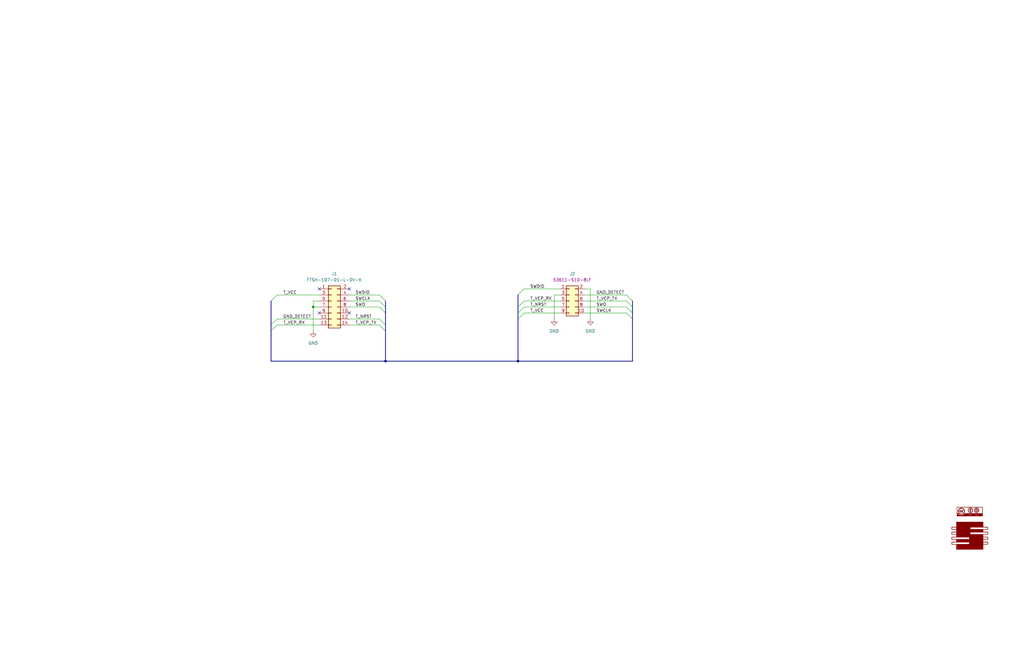
<source format=kicad_sch>
(kicad_sch (version 20231120) (generator "eeschema") (generator_version "8.0")
  (paper "USLedger")
  (title_block (title "ST-Link-V3SET to TC2050 Programming Adaptor") (date "2024-07-06") (rev "1.0a") (comment 1 "ENYA-PROG-TAGC-PCAP"))
  (lib_symbols
    (symbol "ENYA_Bitmap:CC-BY-SA_Logo" (pin_names (offset 1.016)) (in_bom no)
      (symbol "CC-BY-SA_Logo_0_0"
        (polyline (pts (xy 0.0762 -1.2446) (xy 0.0762 -1.2192) (xy 0.0254 -1.1684) (xy -0.1524 -1.1684) (xy -0.1524 -1.2954) (xy 0.0254 -1.2954) (xy 0.0762 -1.2446)) (stroke (width 0.0254)) (fill (type outline)))
        (polyline (pts (xy 0.0762 -1.524) (xy 0.0762 -1.4986) (xy 0.1016 -1.4732) (xy 0.0508 -1.4224) (xy 0.0508 -1.397) (xy -0.1524 -1.397) (xy -0.1524 -1.5494) (xy 0.0508 -1.5494) (xy 0.0762 -1.524)) (stroke (width 0.0254)) (fill (type outline)))
        (polyline (pts (xy 3.0734 -1.4224) (xy 3.0988 -1.4224) (xy 3.0988 -1.3716) (xy 3.0734 -1.3462) (xy 3.0734 -1.3208) (xy 3.048 -1.2192) (xy 2.9972 -1.3208) (xy 2.9972 -1.3716) (xy 2.9718 -1.397) (xy 2.9718 -1.4224) (xy 2.9972 -1.4224) (xy 3.048 -1.4478) (xy 3.0734 -1.4224)) (stroke (width 0.0254)) (fill (type outline)))
        (polyline (pts (xy 0.4064 0.9906) (xy 0.4318 1.0414) (xy 0.4572 1.0668) (xy 0.4572 1.1176) (xy 0.4318 1.143) (xy 0.4064 1.1938) (xy 0.381 1.2192) (xy 0.3302 1.2446) (xy 0.254 1.2446) (xy 0.2032 1.1938) (xy 0.1778 1.143) (xy 0.1524 1.1176) (xy 0.1524 1.0668) (xy 0.1778 1.016) (xy 0.254 0.9398) (xy 0.3556 0.9398) (xy 0.4064 0.9906)) (stroke (width 0.0254)) (fill (type outline)))
        (polyline (pts (xy 0.4318 0.381) (xy 0.5334 0.381) (xy 0.5334 0.4064) (xy 0.5588 0.4064) (xy 0.5588 0.5842) (xy 0.5842 0.6604) (xy 0.5842 0.8636) (xy 0.5588 0.8636) (xy 0.5334 0.889) (xy 0.0254 0.889) (xy 0.0254 0.8636) (xy 0 0.8636) (xy 0 0.4064) (xy 0.0508 0.381) (xy 0.127 0.381) (xy 0.127 -0.127) (xy 0.4318 -0.127) (xy 0.4318 0.381)) (stroke (width 0.0254)) (fill (type outline)))
        (polyline (pts (xy -3.7084 -0.2794) (xy -3.556 -0.127) (xy -3.556 -0.1016) (xy -3.5814 -0.0762) (xy -3.6068 -0.0762) (xy -3.6322 -0.0508) (xy -3.683 -0.0254) (xy -3.7084 -0.0254) (xy -3.7338 0) (xy -3.7338 -0.0254) (xy -3.7592 -0.0508) (xy -3.7846 -0.1016) (xy -3.81 -0.1016) (xy -3.8608 -0.127) (xy -3.9624 -0.127) (xy -4.0132 -0.0762) (xy -4.0386 -0.0254) (xy -4.064 0) (xy -4.064 0.3048) (xy -4.0386 0.3048) (xy -4.0132 0.3302) (xy -4.0132 0.3556) (xy -3.9878 0.3556) (xy -3.9624 0.381) (xy -3.81 0.381) (xy -3.81 0.3556) (xy -3.7846 0.3556) (xy -3.7592 0.3302) (xy -3.7592 0.3048) (xy -3.7338 0.2794) (xy -3.6576 0.3048) (xy -3.6322 0.3302) (xy -3.6068 0.3302) (xy -3.5814 0.3556) (xy -3.556 0.3556) (xy -3.5814 0.381) (xy -3.5814 0.4064) (xy -3.6576 0.4826) (xy -3.7338 0.5334) (xy -3.81 0.5588) (xy -3.9624 0.5588) (xy -4.1148 0.508) (xy -4.1402 0.508) (xy -4.2672 0.381) (xy -4.2926 0.3302) (xy -4.3434 0.1778) (xy -4.3434 0.0762) (xy -4.2672 -0.1524) (xy -4.1656 -0.254) (xy -4.0894 -0.3048) (xy -4.0132 -0.3048) (xy -3.937 -0.3302) (xy -3.8608 -0.3302) (xy -3.7084 -0.2794)) (stroke (width 0.0254)) (fill (type outline)))
        (polyline (pts (xy -2.8956 -0.2794) (xy -2.7432 -0.127) (xy -2.7432 -0.1016) (xy -2.7686 -0.0762) (xy -2.794 -0.0762) (xy -2.8194 -0.0508) (xy -2.8702 -0.0254) (xy -2.8956 -0.0254) (xy -2.921 0) (xy -2.921 -0.0254) (xy -2.9464 -0.0508) (xy -2.9718 -0.1016) (xy -2.9972 -0.1016) (xy -3.048 -0.127) (xy -3.1496 -0.127) (xy -3.2004 -0.0762) (xy -3.2258 -0.0254) (xy -3.2512 0) (xy -3.2512 0.3048) (xy -3.2258 0.3048) (xy -3.2004 0.3302) (xy -3.2004 0.3556) (xy -3.175 0.3556) (xy -3.1496 0.381) (xy -2.9972 0.381) (xy -2.9972 0.3556) (xy -2.9718 0.3556) (xy -2.9464 0.3302) (xy -2.9464 0.3048) (xy -2.921 0.2794) (xy -2.8448 0.3302) (xy -2.7432 0.3556) (xy -2.8194 0.4318) (xy -2.8448 0.4826) (xy -2.8956 0.508) (xy -2.921 0.508) (xy -2.9718 0.5334) (xy -3.0734 0.5588) (xy -3.2258 0.5588) (xy -3.302 0.508) (xy -3.3528 0.508) (xy -3.4036 0.4572) (xy -3.4544 0.381) (xy -3.4798 0.3302) (xy -3.5052 0.254) (xy -3.5306 0.1524) (xy -3.5306 0.0762) (xy -3.4544 -0.1524) (xy -3.3528 -0.254) (xy -3.2766 -0.3048) (xy -3.2004 -0.3048) (xy -3.1242 -0.3302) (xy -3.048 -0.3302) (xy -2.8956 -0.2794)) (stroke (width 0.0254)) (fill (type outline)))
        (polyline (pts (xy 3.1242 0.0508) (xy 3.175 0.1016) (xy 3.2512 0.1524) (xy 3.3528 0.3048) (xy 3.3782 0.4064) (xy 3.3782 0.6858) (xy 3.3528 0.762) (xy 3.3274 0.8128) (xy 3.302 0.889) (xy 3.175 1.016) (xy 3.0988 1.0668) (xy 2.9972 1.0922) (xy 2.9464 1.1176) (xy 2.7686 1.1176) (xy 2.7178 1.0922) (xy 2.667 1.0922) (xy 2.5908 1.0414) (xy 2.4892 0.9398) (xy 2.4384 0.8636) (xy 2.413 0.762) (xy 2.3876 0.7112) (xy 2.3114 0.7112) (xy 2.5146 0.508) (xy 2.7178 0.7112) (xy 2.6416 0.7112) (xy 2.6416 0.7366) (xy 2.667 0.762) (xy 2.6924 0.8128) (xy 2.7432 0.8636) (xy 2.7686 0.8636) (xy 2.7686 0.889) (xy 2.9718 0.889) (xy 2.9718 0.8636) (xy 2.9972 0.8636) (xy 3.048 0.8128) (xy 3.0988 0.7112) (xy 3.0988 0.6858) (xy 3.1242 0.6604) (xy 3.1242 0.4572) (xy 3.0988 0.4064) (xy 3.0988 0.381) (xy 3.048 0.2794) (xy 2.9972 0.2286) (xy 2.9464 0.2032) (xy 2.794 0.2032) (xy 2.6924 0.254) (xy 2.667 0.2794) (xy 2.6416 0.3556) (xy 2.6416 0.381) (xy 2.3876 0.381) (xy 2.3876 0.3302) (xy 2.413 0.2794) (xy 2.5146 0.127) (xy 2.5654 0.0762) (xy 2.6416 0.0254) (xy 2.7178 0) (xy 3.0226 0) (xy 3.1242 0.0508)) (stroke (width 0.0254)) (fill (type outline)))
        (polyline (pts (xy 0.5588 -0.4572) (xy 0.6858 -0.4318) (xy 0.8128 -0.3556) (xy 0.9144 -0.3048) (xy 1.016 -0.2286) (xy 1.1684 -0.0254) (xy 1.2954 0.2286) (xy 1.3208 0.3556) (xy 1.3462 0.508) (xy 1.3462 0.635) (xy 1.2954 0.889) (xy 1.2446 0.9906) (xy 1.1938 1.1176) (xy 1.1176 1.2192) (xy 1.0922 1.2446) (xy 0.9906 1.3208) (xy 0.889 1.4224) (xy 0.7874 1.4732) (xy 0.6858 1.5494) (xy 0.5842 1.5748) (xy 0.508 1.6002) (xy 0.127 1.6002) (xy 0.0254 1.5748) (xy -0.1016 1.5494) (xy -0.2032 1.4986) (xy -0.2286 1.4732) (xy -0.3048 1.4224) (xy -0.381 1.3462) (xy -0.4572 1.2954) (xy -0.5334 1.2192) (xy -0.5842 1.143) (xy -0.635 1.016) (xy -0.6858 0.9144) (xy -0.7366 0.7874) (xy -0.762 0.6604) (xy -0.762 0.5334) (xy -0.7366 0.4064) (xy -0.7366 0.3556) (xy -0.5588 0.3556) (xy -0.5588 0.7366) (xy -0.5334 0.7874) (xy -0.508 0.889) (xy -0.4318 1.016) (xy -0.381 1.0922) (xy -0.254 1.2192) (xy -0.1778 1.27) (xy -0.0762 1.3462) (xy 0.0508 1.397) (xy 0.1524 1.4224) (xy 0.381 1.4224) (xy 0.5842 1.3716) (xy 0.6604 1.3462) (xy 0.762 1.2954) (xy 0.8382 1.2446) (xy 0.9144 1.1684) (xy 1.0668 0.9398) (xy 1.1176 0.8382) (xy 1.143 0.762) (xy 1.143 0.4064) (xy 1.1176 0.2794) (xy 1.016 0.0762) (xy 0.9398 -0.0254) (xy 0.8636 -0.1016) (xy 0.8128 -0.127) (xy 0.7366 -0.1778) (xy 0.5334 -0.2794) (xy 0.4318 -0.3048) (xy 0.1524 -0.3048) (xy 0.0762 -0.2794) (xy -0.0254 -0.254) (xy -0.127 -0.2032) (xy -0.2286 -0.127) (xy -0.4064 0.0508) (xy -0.5588 0.3556) (xy -0.7366 0.3556) (xy -0.7366 0.3048) (xy -0.635 0.0508) (xy -0.5842 -0.0508) (xy -0.4064 -0.2286) (xy -0.3556 -0.254) (xy -0.3302 -0.3048) (xy -0.127 -0.4064) (xy 0 -0.4572) (xy 0.1016 -0.4826) (xy 0.5334 -0.4826) (xy 0.5588 -0.4572)) (stroke (width 0.0254)) (fill (type outline)))
        (polyline (pts (xy 3.1496 -0.4572) (xy 3.2512 -0.4318) (xy 3.3782 -0.3556) (xy 3.4798 -0.3048) (xy 3.5814 -0.2286) (xy 3.81 0.0762) (xy 3.8608 0.1778) (xy 3.8608 0.2286) (xy 3.8862 0.3556) (xy 3.9116 0.508) (xy 3.9116 0.635) (xy 3.8608 0.889) (xy 3.81 0.9906) (xy 3.7592 1.1176) (xy 3.683 1.2192) (xy 3.4798 1.4224) (xy 3.3782 1.4732) (xy 3.2512 1.5494) (xy 3.1496 1.5748) (xy 3.0734 1.6002) (xy 2.7178 1.6002) (xy 2.4638 1.5494) (xy 2.3622 1.4986) (xy 2.3368 1.4732) (xy 2.2606 1.4224) (xy 2.1844 1.3462) (xy 2.1082 1.2954) (xy 2.032 1.2192) (xy 1.9812 1.143) (xy 1.9304 1.016) (xy 1.8796 0.9144) (xy 1.8288 0.6604) (xy 1.8288 0.4064) (xy 2.0066 0.4064) (xy 2.0066 0.6604) (xy 2.032 0.762) (xy 2.0574 0.889) (xy 2.1082 0.9906) (xy 2.159 1.0668) (xy 2.3368 1.2446) (xy 2.4384 1.3208) (xy 2.54 1.3716) (xy 2.667 1.397) (xy 2.6924 1.397) (xy 2.7686 1.4224) (xy 2.9972 1.4224) (xy 3.048 1.397) (xy 3.0734 1.397) (xy 3.175 1.3716) (xy 3.2766 1.3208) (xy 3.4798 1.1684) (xy 3.5052 1.1176) (xy 3.5814 1.0414) (xy 3.6322 0.9398) (xy 3.6576 0.8382) (xy 3.7084 0.7366) (xy 3.7084 0.4064) (xy 3.6322 0.1778) (xy 3.6068 0.1524) (xy 3.4544 -0.0762) (xy 3.3782 -0.127) (xy 3.2766 -0.2032) (xy 3.175 -0.254) (xy 3.0734 -0.2794) (xy 3.0226 -0.3048) (xy 2.6924 -0.3048) (xy 2.6416 -0.2794) (xy 2.54 -0.254) (xy 2.4384 -0.2032) (xy 2.3368 -0.127) (xy 2.2606 -0.0508) (xy 2.1844 0) (xy 2.032 0.3048) (xy 2.0066 0.4064) (xy 1.8288 0.4064) (xy 1.8542 0.3048) (xy 1.8796 0.1778) (xy 1.9304 0.0508) (xy 2.0066 -0.0508) (xy 2.032 -0.0762) (xy 2.0574 -0.127) (xy 2.159 -0.2286) (xy 2.2098 -0.254) (xy 2.2606 -0.3048) (xy 2.3368 -0.3556) (xy 2.4638 -0.4064) (xy 2.5654 -0.4572) (xy 2.667 -0.4826) (xy 3.0988 -0.4826) (xy 3.1496 -0.4572)) (stroke (width 0.0254)) (fill (type outline)))
        (polyline (pts (xy -3.175 -1.2446) (xy -3.0226 -1.1938) (xy -2.8956 -1.143) (xy -2.7686 -1.0668) (xy -2.6416 -0.9652) (xy -2.54 -0.8636) (xy -2.4638 -0.762) (xy -2.3622 -0.635) (xy -2.286 -0.508) (xy -2.2352 -0.381) (xy -2.1844 -0.2286) (xy -2.159 -0.1016) (xy -2.1336 -0.0508) (xy -2.1336 0.3048) (xy -2.159 0.3556) (xy -2.159 0.4064) (xy -2.1844 0.5588) (xy -2.2352 0.6858) (xy -2.4638 1.0668) (xy -2.667 1.27) (xy -2.8956 1.4224) (xy -2.9464 1.4224) (xy -3.2004 1.524) (xy -3.3274 1.5494) (xy -3.683 1.5494) (xy -3.9878 1.4986) (xy -4.1148 1.4478) (xy -4.2418 1.3716) (xy -4.3434 1.3208) (xy -4.4704 1.2192) (xy -4.6736 1.016) (xy -4.7498 0.9144) (xy -4.8006 0.7874) (xy -4.826 0.762) (xy -4.8768 0.6604) (xy -4.9022 0.5588) (xy -4.953 0.3048) (xy -4.953 0.0254) (xy -4.699 0.0254) (xy -4.699 0.254) (xy -4.6736 0.381) (xy -4.6482 0.4826) (xy -4.5974 0.6096) (xy -4.5466 0.7112) (xy -4.4704 0.8128) (xy -4.445 0.8636) (xy -4.2926 1.016) (xy -4.2418 1.0414) (xy -4.1656 1.1176) (xy -4.064 1.1684) (xy -3.937 1.2446) (xy -3.81 1.27) (xy -3.6576 1.2954) (xy -3.3528 1.2954) (xy -3.2258 1.27) (xy -2.9718 1.1684) (xy -2.8702 1.0922) (xy -2.7432 0.9906) (xy -2.667 0.889) (xy -2.5654 0.7874) (xy -2.5146 0.6604) (xy -2.4638 0.5588) (xy -2.413 0.4064) (xy -2.3876 0.2794) (xy -2.3876 -0.0762) (xy -2.4384 -0.2032) (xy -2.4638 -0.3302) (xy -2.54 -0.4572) (xy -2.6924 -0.6604) (xy -2.7432 -0.7112) (xy -2.9464 -0.8636) (xy -3.0734 -0.9144) (xy -3.175 -0.9652) (xy -3.302 -1.016) (xy -3.683 -1.016) (xy -3.937 -0.9652) (xy -4.0386 -0.9144) (xy -4.1656 -0.8382) (xy -4.2672 -0.762) (xy -4.4704 -0.5588) (xy -4.5466 -0.4572) (xy -4.5974 -0.3302) (xy -4.6482 -0.2286) (xy -4.699 0.0254) (xy -4.953 0.0254) (xy -4.953 -0.1524) (xy -4.9022 -0.3048) (xy -4.8514 -0.4318) (xy -4.7752 -0.5842) (xy -4.699 -0.7112) (xy -4.445 -0.9652) (xy -4.064 -1.1938) (xy -3.9116 -1.2446) (xy -3.7846 -1.27) (xy -3.302 -1.27) (xy -3.175 -1.2446)) (stroke (width 0.0254)) (fill (type outline)))
        (polyline (pts (xy 5.4102 1.8034) (xy 5.334 1.8796) (xy 5.2832 1.905) (xy -5.2832 1.905) (xy -5.3086 1.8796) (xy -5.3594 1.8542) (xy -5.3848 1.8034) (xy -5.4102 1.778) (xy -5.4102 -0.762) (xy -5.334 -0.762) (xy -5.334 1.7272) (xy -5.3086 1.7526) (xy -5.3086 1.8034) (xy -5.2832 1.8288) (xy 5.2578 1.8288) (xy 5.2578 1.8034) (xy 5.2832 1.8034) (xy 5.2832 1.778) (xy 5.3086 1.778) (xy 5.3086 -0.762) (xy -2.1336 -0.762) (xy -2.2352 -0.9144) (xy -2.3368 -1.0414) (xy -2.4638 -1.1684) (xy -2.5908 -1.27) (xy -2.8448 -1.4224) (xy -2.9972 -1.4986) (xy -3.175 -1.5494) (xy -3.2004 -1.5494) (xy -3.2512 -1.5748) (xy -3.81 -1.5748) (xy -3.8608 -1.5494) (xy -3.8862 -1.5494) (xy -4.191 -1.4478) (xy -4.3434 -1.3716) (xy -4.4704 -1.2954) (xy -4.5974 -1.1938) (xy -4.699 -1.0922) (xy -4.9022 -0.8382) (xy -4.953 -0.762) (xy -5.334 -0.762) (xy -5.4102 -0.762) (xy -5.4102 -1.6764) (xy -0.3048 -1.6764) (xy -0.3048 -1.0668) (xy 0.0762 -1.0668) (xy 0.254 -1.0668) (xy 0.381 -1.0668) (xy 0.4572 -1.1684) (xy 0.4572 -1.1938) (xy 0.508 -1.2446) (xy 0.508 -1.27) (xy 0.5334 -1.27) (xy 0.5588 -1.2446) (xy 0.5842 -1.1938) (xy 0.6096 -1.1684) (xy 0.6604 -1.0668) (xy 0.8128 -1.0668) (xy 0.7874 -1.0922) (xy 0.7874 -1.1176) (xy 0.762 -1.143) (xy 0.7366 -1.1938) (xy 0.7112 -1.2192) (xy 0.6858 -1.27) (xy 0.5842 -1.4224) (xy 0.5842 -1.4986) (xy 2.2098 -1.4986) (xy 2.3622 -1.4986) (xy 2.3622 -1.524) (xy 2.3876 -1.524) (xy 2.3876 -1.5494) (xy 2.413 -1.5748) (xy 2.4384 -1.5748) (xy 2.4638 -1.6002) (xy 2.54 -1.6002) (xy 2.5908 -1.5494) (xy 2.5908 -1.4732) (xy 2.5654 -1.4732) (xy 2.5146 -1.4478) (xy 2.4638 -1.4478) (xy 2.413 -1.4224) (xy 2.3622 -1.4224) (xy 2.3114 -1.397) (xy 2.286 -1.3462) (xy 2.2606 -1.3208) (xy 2.2606 -1.1684) (xy 2.3622 -1.0668) (xy 2.4384 -1.0668) (xy 2.5146 -1.0414) (xy 2.6162 -1.0922) (xy 2.6416 -1.1176) (xy 2.667 -1.1176) (xy 2.667 -1.143) (xy 2.7178 -1.1938) (xy 2.7178 -1.2446) (xy 2.5908 -1.2446) (xy 2.5908 -1.2192) (xy 2.5654 -1.1938) (xy 2.5654 -1.1684) (xy 2.413 -1.1684) (xy 2.3876 -1.1938) (xy 2.3876 -1.27) (xy 2.4384 -1.2954) (xy 2.4638 -1.3208) (xy 2.54 -1.3208) (xy 2.6162 -1.3462) (xy 2.6416 -1.3716) (xy 2.6924 -1.397) (xy 2.7178 -1.4224) (xy 2.7178 -1.6002) (xy 2.667 -1.651) (xy 2.7432 -1.651) (xy 2.7686 -1.6256) (xy 2.7686 -1.6002) (xy 2.8194 -1.4986) (xy 2.8194 -1.4224) (xy 2.8448 -1.3462) (xy 2.9718 -1.0668) (xy 3.1242 -1.0668) (xy 3.2512 -1.4478) (xy 3.302 -1.5494) (xy 3.302 -1.6002) (xy 3.3274 -1.6256) (xy 3.3274 -1.651) (xy 3.302 -1.651) (xy 3.2766 -1.6764) (xy 3.2004 -1.6764) (xy 3.175 -1.6256) (xy 3.175 -1.5748) (xy 3.1496 -1.5494) (xy 3.1496 -1.524) (xy 2.921 -1.524) (xy 2.8702 -1.6764) (xy 2.8194 -1.6764) (xy 2.794 -1.651) (xy 2.7432 -1.651) (xy 2.667 -1.651) (xy 2.6416 -1.651) (xy 2.6162 -1.6764) (xy 2.3368 -1.6764) (xy 2.2352 -1.5748) (xy 2.2352 -1.5494) (xy 2.2098 -1.4986) (xy 0.5842 -1.4986) (xy 0.5842 -1.6764) (xy 0.4572 -1.6764) (xy 0.4572 -1.4224) (xy 0.4318 -1.397) (xy 0.4318 -1.3716) (xy 0.381 -1.3208) (xy 0.3556 -1.27) (xy 0.3302 -1.1938) (xy 0.2794 -1.1176) (xy 0.254 -1.0668) (xy 0.0762 -1.0668) (xy 0.1016 -1.0922) (xy 0.127 -1.0922) (xy 0.1778 -1.143) (xy 0.1778 -1.2446) (xy 0.1524 -1.27) (xy 0.1524 -1.3208) (xy 0.127 -1.3208) (xy 0.1016 -1.3462) (xy 0.127 -1.3716) (xy 0.1524 -1.3716) (xy 0.1778 -1.397) (xy 0.1778 -1.4224) (xy 0.2032 -1.4732) (xy 0.2032 -1.5748) (xy 0.127 -1.651) (xy 0.0762 -1.651) (xy 0.0762 -1.6764) (xy -0.3048 -1.6764) (xy -5.4102 -1.6764) (xy -5.4102 -1.8796) (xy -5.3594 -1.8796) (xy -5.334 -1.905) (xy 5.4102 -1.905) (xy 5.4102 1.8034)) (stroke (width 0.0254)) (fill (type outline)))
      )
    )
    (symbol "ENYA_Bitmap:Electronya_Logo" (pin_names (offset 1.016))
      (symbol "Electronya_Logo_0_0"
        (polyline (pts (xy 5.6388 -3.7084) (xy 7.6708 -3.7084) (xy 7.6708 -2.6416) (xy 5.6388 -2.6416) (xy 5.6388 -1.6256) (xy 7.6708 -1.6256) (xy 7.6708 -0.5588) (xy 5.6388 -0.5588) (xy 5.6388 0.508) (xy 7.6708 0.508) (xy 7.6708 1.5748) (xy 5.6388 1.5748) (xy 5.6388 2.5908) (xy 7.6708 2.5908) (xy 7.6708 3.6576) (xy 5.6388 3.6576) (xy 5.6388 5.7912) (xy -5.6388 5.7912) (xy -5.6388 3.6576) (xy -7.6708 3.6576) (xy -7.6708 2.7432) (xy -7.5184 2.7432) (xy -7.5184 3.5052) (xy -5.6388 3.5052) (xy -5.6388 2.7432) (xy 0.254 2.7432) (xy 0.254 3.5052) (xy 7.5184 3.5052) (xy 7.5184 2.7432) (xy 0.254 2.7432) (xy -5.6388 2.7432) (xy -7.5184 2.7432) (xy -7.6708 2.7432) (xy -7.6708 2.5908) (xy -5.6388 2.5908) (xy -5.6388 1.5748) (xy -7.6708 1.5748) (xy -7.6708 0.6096) (xy -7.5184 0.6096) (xy -7.5184 1.4224) (xy -5.6388 1.4224) (xy -5.6388 0.6096) (xy 0.254 0.6096) (xy 0.254 1.4224) (xy 7.5184 1.4224) (xy 7.5184 0.6096) (xy 0.254 0.6096) (xy -5.6388 0.6096) (xy -7.5184 0.6096) (xy -7.6708 0.6096) (xy -7.6708 0.508) (xy -5.6388 0.508) (xy -5.6388 -0.5588) (xy -7.6708 -0.5588) (xy -7.6708 -1.4732) (xy -7.5184 -1.4732) (xy -7.5184 -0.6604) (xy -0.254 -0.6604) (xy -0.254 -1.4732) (xy 5.6388 -1.4732) (xy 5.6388 -0.6604) (xy 7.5184 -0.6604) (xy 7.5184 -1.4732) (xy 5.6388 -1.4732) (xy -0.254 -1.4732) (xy -7.5184 -1.4732) (xy -7.6708 -1.4732) (xy -7.6708 -1.6256) (xy -5.6388 -1.6256) (xy -5.6388 -2.6416) (xy -7.6708 -2.6416) (xy -7.6708 -3.556) (xy -7.5184 -3.556) (xy -7.5184 -2.794) (xy -0.254 -2.794) (xy -0.254 -3.556) (xy 5.6388 -3.556) (xy 5.6388 -2.794) (xy 7.5184 -2.794) (xy 7.5184 -3.556) (xy 5.6388 -3.556) (xy -0.254 -3.556) (xy -7.5184 -3.556) (xy -7.6708 -3.556) (xy -7.6708 -3.7084) (xy -5.6388 -3.7084) (xy -5.6388 -5.842) (xy 5.6388 -5.842) (xy 5.6388 -3.7084)) (stroke (width 0.0254)) (fill (type outline)))
      )
    )
    (symbol "ENYA_Header_100mils:CONN_2x05_MALE_100PITCH_IDC_LATCH" (pin_names (offset 0) hide)
      (property "Reference" "J" (at 0 10.16 0))
      (property "Manufacturer Part Number" "53611-S10-8LF" (at 0 0 0))
      (symbol "CONN_2x05_MALE_100PITCH_IDC_LATCH_1_1"
        (rectangle (start -2.54 -4.953) (end -1.27 -5.207) (stroke (width 0.1524)))
        (rectangle (start -2.54 -2.413) (end -1.27 -2.667) (stroke (width 0.1524)))
        (rectangle (start -2.54 0.127) (end -1.27 -0.127) (stroke (width 0.1524)))
        (rectangle (start -2.54 2.667) (end -1.27 2.413) (stroke (width 0.1524)))
        (rectangle (start -2.54 5.207) (end -1.27 4.953) (stroke (width 0.1524)))
        (rectangle (start -2.54 6.35) (end 2.54 -6.35) (stroke (width 0.254)) (fill (type background)))
        (rectangle (start 2.54 -4.953) (end 1.27 -5.207) (stroke (width 0.1524)))
        (rectangle (start 2.54 -2.413) (end 1.27 -2.667) (stroke (width 0.1524)))
        (rectangle (start 2.54 0.127) (end 1.27 -0.127) (stroke (width 0.1524)))
        (rectangle (start 2.54 2.667) (end 1.27 2.413) (stroke (width 0.1524)))
        (rectangle (start 2.54 5.207) (end 1.27 4.953) (stroke (width 0.1524)))
        (pin passive line (at -5.08 5.08 0) (length 2.54) (name "Pin_1") (number "1"))
        (pin passive line (at 5.08 -5.08 180) (length 2.54) (name "Pin_10") (number "10"))
        (pin passive line (at 5.08 5.08 180) (length 2.54) (name "Pin_2") (number "2"))
        (pin passive line (at -5.08 2.54 0) (length 2.54) (name "Pin_3") (number "3"))
        (pin passive line (at 5.08 2.54 180) (length 2.54) (name "Pin_4") (number "4"))
        (pin passive line (at -5.08 0 0) (length 2.54) (name "Pin_5") (number "5"))
        (pin passive line (at 5.08 0 180) (length 2.54) (name "Pin_6") (number "6"))
        (pin passive line (at -5.08 -2.54 0) (length 2.54) (name "Pin_7") (number "7"))
        (pin passive line (at 5.08 -2.54 180) (length 2.54) (name "Pin_8") (number "8"))
        (pin passive line (at -5.08 -5.08 0) (length 2.54) (name "Pin_9") (number "9"))
      )
    )
    (symbol "ENYA_Header_50mils:FTSH-107-01-L-DV-K" (pin_names (offset 1.016) hide)
      (property "Reference" "J" (at 1.27 10.16 0))
      (property "Value" "FTSH-107-01-L-DV-K" (at 1.27 -10.16 0))
      (symbol "FTSH-107-01-L-DV-K_1_1"
        (rectangle (start -1.27 -7.493) (end 0 -7.747) (stroke (width 0.1524)))
        (rectangle (start -1.27 -4.953) (end 0 -5.207) (stroke (width 0.1524)))
        (rectangle (start -1.27 -2.413) (end 0 -2.667) (stroke (width 0.1524)))
        (rectangle (start -1.27 0.127) (end 0 -0.127) (stroke (width 0.1524)))
        (rectangle (start -1.27 2.667) (end 0 2.413) (stroke (width 0.1524)))
        (rectangle (start -1.27 5.207) (end 0 4.953) (stroke (width 0.1524)))
        (rectangle (start -1.27 7.747) (end 0 7.493) (stroke (width 0.1524)))
        (rectangle (start -1.27 8.89) (end 3.81 -8.89) (stroke (width 0.254)) (fill (type background)))
        (rectangle (start 3.81 -7.493) (end 2.54 -7.747) (stroke (width 0.1524)))
        (rectangle (start 3.81 -4.953) (end 2.54 -5.207) (stroke (width 0.1524)))
        (rectangle (start 3.81 -2.413) (end 2.54 -2.667) (stroke (width 0.1524)))
        (rectangle (start 3.81 0.127) (end 2.54 -0.127) (stroke (width 0.1524)))
        (rectangle (start 3.81 2.667) (end 2.54 2.413) (stroke (width 0.1524)))
        (rectangle (start 3.81 5.207) (end 2.54 4.953) (stroke (width 0.1524)))
        (rectangle (start 3.81 7.747) (end 2.54 7.493) (stroke (width 0.1524)))
        (pin passive line (at -5.08 7.62 0) (length 3.81) (name "Pin_1") (number "1"))
        (pin passive line (at 7.62 -2.54 180) (length 3.81) (name "Pin_10") (number "10"))
        (pin passive line (at -5.08 -5.08 0) (length 3.81) (name "Pin_11") (number "11"))
        (pin passive line (at 7.62 -5.08 180) (length 3.81) (name "Pin_12") (number "12"))
        (pin passive line (at -5.08 -7.62 0) (length 3.81) (name "Pin_13") (number "13"))
        (pin passive line (at 7.62 -7.62 180) (length 3.81) (name "Pin_14") (number "14"))
        (pin passive line (at 7.62 7.62 180) (length 3.81) (name "Pin_2") (number "2"))
        (pin passive line (at -5.08 5.08 0) (length 3.81) (name "Pin_3") (number "3"))
        (pin passive line (at 7.62 5.08 180) (length 3.81) (name "Pin_4") (number "4"))
        (pin passive line (at -5.08 2.54 0) (length 3.81) (name "Pin_5") (number "5"))
        (pin passive line (at 7.62 2.54 180) (length 3.81) (name "Pin_6") (number "6"))
        (pin passive line (at -5.08 0 0) (length 3.81) (name "Pin_7") (number "7"))
        (pin passive line (at 7.62 0 180) (length 3.81) (name "Pin_8") (number "8"))
        (pin passive line (at -5.08 -2.54 0) (length 3.81) (name "Pin_9") (number "9"))
      )
    )
    (symbol "power:GND" (power) (pin_numbers hide) (pin_names (offset 0) hide)
      (property "Value" "GND" (at 0 -3.81 0))
      (symbol "GND_0_1"
        (polyline (pts (xy 0 0) (xy 0 -1.27) (xy 1.27 -1.27) (xy 0 -2.54) (xy -1.27 -1.27) (xy 0 -1.27)))
      )
      (symbol "GND_1_1"
        (pin power_in line (at 0 0 270) (length 0) (name "~") (number "1"))
      )
    )
  )
  (junction (at 132.08 129.54))
  (junction (at 162.56 152.4))
  (junction (at 218.44 152.4))
  (no_connect (at 134.62 121.92))
  (no_connect (at 147.32 121.92))
  (no_connect (at 147.32 132.08))
  (no_connect (at 134.62 132.08))
  (bus_entry (at 160.02 124.46) (size 2.54 2.54))
  (bus_entry (at 218.44 129.54) (size 2.54 -2.54))
  (bus_entry (at 218.44 132.08) (size 2.54 -2.54))
  (bus_entry (at 114.3 127) (size 2.54 -2.54))
  (bus_entry (at 160.02 134.62) (size 2.54 2.54))
  (bus_entry (at 218.44 134.62) (size 2.54 -2.54))
  (bus_entry (at 114.3 139.7) (size 2.54 -2.54))
  (bus_entry (at 114.3 137.16) (size 2.54 -2.54))
  (bus_entry (at 160.02 137.16) (size 2.54 2.54))
  (bus_entry (at 264.16 124.46) (size 2.54 2.54))
  (bus_entry (at 160.02 129.54) (size 2.54 2.54))
  (bus_entry (at 264.16 129.54) (size 2.54 2.54))
  (bus_entry (at 264.16 132.08) (size 2.54 2.54))
  (bus_entry (at 218.44 124.46) (size 2.54 -2.54))
  (bus_entry (at 264.16 127) (size 2.54 2.54))
  (bus_entry (at 160.02 127) (size 2.54 2.54))
  (wire (pts (xy 132.08 127) (xy 132.08 129.54)))
  (bus (pts (xy 114.3 137.16) (xy 114.3 139.7)))
  (bus (pts (xy 114.3 127) (xy 114.3 137.16)))
  (bus (pts (xy 218.44 152.4) (xy 266.7 152.4)))
  (bus (pts (xy 266.7 134.62) (xy 266.7 152.4)))
  (bus (pts (xy 114.3 139.7) (xy 114.3 152.4)))
  (bus (pts (xy 218.44 132.08) (xy 218.44 134.62)))
  (wire (pts (xy 147.32 124.46) (xy 160.02 124.46)))
  (wire (pts (xy 246.38 132.08) (xy 264.16 132.08)))
  (wire (pts (xy 116.84 124.46) (xy 134.62 124.46)))
  (wire (pts (xy 236.22 124.46) (xy 233.68 124.46)))
  (wire (pts (xy 246.38 121.92) (xy 248.92 121.92)))
  (wire (pts (xy 220.98 129.54) (xy 236.22 129.54)))
  (bus (pts (xy 218.44 134.62) (xy 218.44 152.4)))
  (bus (pts (xy 162.56 127) (xy 162.56 129.54)))
  (wire (pts (xy 147.32 134.62) (xy 160.02 134.62)))
  (bus (pts (xy 162.56 139.7) (xy 162.56 152.4)))
  (wire (pts (xy 246.38 127) (xy 264.16 127)))
  (wire (pts (xy 220.98 121.92) (xy 236.22 121.92)))
  (bus (pts (xy 162.56 132.08) (xy 162.56 137.16)))
  (wire (pts (xy 134.62 127) (xy 132.08 127)))
  (bus (pts (xy 162.56 129.54) (xy 162.56 132.08)))
  (bus (pts (xy 162.56 152.4) (xy 218.44 152.4)))
  (wire (pts (xy 132.08 129.54) (xy 134.62 129.54)))
  (wire (pts (xy 220.98 132.08) (xy 236.22 132.08)))
  (bus (pts (xy 266.7 132.08) (xy 266.7 134.62)))
  (wire (pts (xy 147.32 137.16) (xy 160.02 137.16)))
  (wire (pts (xy 147.32 127) (xy 160.02 127)))
  (bus (pts (xy 114.3 152.4) (xy 162.56 152.4)))
  (wire (pts (xy 132.08 129.54) (xy 132.08 139.7)))
  (wire (pts (xy 246.38 129.54) (xy 264.16 129.54)))
  (bus (pts (xy 266.7 127) (xy 266.7 129.54)))
  (wire (pts (xy 233.68 124.46) (xy 233.68 134.62)))
  (wire (pts (xy 246.38 124.46) (xy 264.16 124.46)))
  (bus (pts (xy 266.7 129.54) (xy 266.7 132.08)))
  (bus (pts (xy 218.44 129.54) (xy 218.44 132.08)))
  (wire (pts (xy 116.84 137.16) (xy 134.62 137.16)))
  (wire (pts (xy 248.92 121.92) (xy 248.92 134.62)))
  (wire (pts (xy 147.32 129.54) (xy 160.02 129.54)))
  (bus (pts (xy 162.56 137.16) (xy 162.56 139.7)))
  (bus (pts (xy 218.44 124.46) (xy 218.44 129.54)))
  (wire (pts (xy 116.84 134.62) (xy 134.62 134.62)))
  (wire (pts (xy 220.98 127) (xy 236.22 127)))
  (label "SWO" (at 149.86 129.54 0))
  (label "T_VCP_TX" (at 149.86 137.16 0))
  (label "T_VCC" (at 119.38 124.46 0))
  (label "T_NRST" (at 223.52 129.54 0))
  (label "T_VCP_RX" (at 223.52 127 0))
  (label "T_VCC" (at 223.52 132.08 0))
  (label "T_NRST" (at 149.86 134.62 0))
  (label "SWCLK" (at 251.46 132.08 0))
  (label "T_VCP_RX" (at 119.38 137.16 0))
  (label "T_VCP_TX" (at 251.46 127 0))
  (label "GND_DETECT" (at 119.38 134.62 0))
  (label "SWCLK" (at 149.86 127 0))
  (label "SWDIO" (at 223.52 121.92 0))
  (label "SWO" (at 251.46 129.54 0))
  (label "SWDIO" (at 149.86 124.46 0))
  (label "GND_DETECT" (at 251.46 124.46 0))
  (symbol (lib_id "power:GND") (at 132.08 139.7 0) (unit 1)
    (property "Reference" "#PWR01" (effects (hide yes)))
    (property "Value" "GND" (at 132.08 144.78 0))
    (property "Description" "Power symbol creates a global label with name \"GND\" , ground" (effects (hide yes)))
  )
  (symbol (lib_id "ENYA_Header_50mils:FTSH-107-01-L-DV-K") (at 139.7 129.54 0) (unit 1)
    (property "Reference" "J1" (at 140.97 115.57 0))
    (property "Value" "FTSH-107-01-L-DV-K" (at 140.97 118.11 0))
    (property "Footprint" "ENYA_Header_50mils:FTSH-107-01-L-DV-K" (effects (hide yes)))
    (property "Datasheet" "http://suddendocs.samtec.com/catalog_english/ftsh_smt.pdf" (effects (hide yes)))
    (property "Description" "CONN HEADER SMD 14POS 1.27MM" (effects (hide yes)))
    (property "Manufacturer" "Samtec Inc." (effects (hide yes)))
    (property "Manufacturer Part Number" "FTSH-107-01-L-DV-K" (effects (hide yes)))
    (property "Digi-Key Part Number" "SAM9449-ND" (effects (hide yes)))
  )
  (symbol (lib_id "power:GND") (at 248.92 134.62 0) (unit 1)
    (property "Reference" "#PWR03" (effects (hide yes)))
    (property "Value" "GND" (at 248.92 139.7 0))
    (property "Description" "Power symbol creates a global label with name \"GND\" , ground" (effects (hide yes)))
  )
  (symbol (lib_id "ENYA_Bitmap:Electronya_Logo") (at 408.94 226.06 0) (unit 1)
    (property "Reference" "G1" (effects (hide yes)))
    (property "Value" "Electronya_Logo" (effects (hide yes)))
    (property "Footprint" "ENYA_Bitmap:Electronya_Logo_12MM" (effects (hide yes)))
  )
  (symbol (lib_id "ENYA_Header_100mils:CONN_2x05_MALE_100PITCH_IDC_LATCH") (at 241.3 127 0) (unit 1)
    (property "Reference" "J2" (at 241.3 115.57 0))
    (property "Value" "CONN_2x05_MALE_100PITCH_IDC_LATCH" (effects (hide yes)))
    (property "Footprint" "ENYA_Header_100mils:IDC_HEADER_2x05_LATCH_SMD" (effects (hide yes)))
    (property "Datasheet" "https://cdn.amphenol-cs.com/media/wysiwyg/files/drawing/53611.pdf" (effects (hide yes)))
    (property "Description" "CONN HEADER SMD 10POS 2.54MM" (effects (hide yes)))
    (property "Manufacturer" "Amphenol ICC (FCI)" (effects (hide yes)))
    (property "Manufacturer Part Number" "53611-S10-8LF" (at 241.3 118.11 0))
    (property "Digi-Key Part Number" "609-53611-S10-8LF-ND" (effects (hide yes)))
  )
  (symbol (lib_id "power:GND") (at 233.68 134.62 0) (unit 1)
    (property "Reference" "#PWR02" (effects (hide yes)))
    (property "Value" "GND" (at 233.68 139.7 0))
    (property "Description" "Power symbol creates a global label with name \"GND\" , ground" (effects (hide yes)))
  )
  (symbol (lib_id "ENYA_Bitmap:CC-BY-SA_Logo") (at 408.94 215.9 0) (unit 1) (in_bom no)
    (property "Reference" "G2" (effects (hide yes)))
    (property "Value" "CC-BY-SA_Logo" (effects (hide yes)))
    (property "Footprint" "ENYA_Bitmap:CC-BY-SA_12MM" (effects (hide yes)))
    (property "Description" "CC-BY-SA Logo" (effects (hide yes)))
  )
)
</source>
